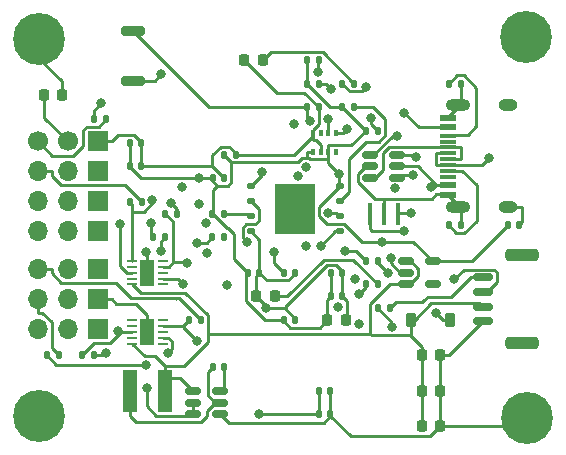
<source format=gbr>
%TF.GenerationSoftware,KiCad,Pcbnew,9.0.6*%
%TF.CreationDate,2026-01-01T00:57:53+05:30*%
%TF.ProjectId,fc,66632e6b-6963-4616-945f-706362585858,rev?*%
%TF.SameCoordinates,Original*%
%TF.FileFunction,Copper,L1,Top*%
%TF.FilePolarity,Positive*%
%FSLAX46Y46*%
G04 Gerber Fmt 4.6, Leading zero omitted, Abs format (unit mm)*
G04 Created by KiCad (PCBNEW 9.0.6) date 2026-01-01 00:57:53*
%MOMM*%
%LPD*%
G01*
G04 APERTURE LIST*
G04 Aperture macros list*
%AMRoundRect*
0 Rectangle with rounded corners*
0 $1 Rounding radius*
0 $2 $3 $4 $5 $6 $7 $8 $9 X,Y pos of 4 corners*
0 Add a 4 corners polygon primitive as box body*
4,1,4,$2,$3,$4,$5,$6,$7,$8,$9,$2,$3,0*
0 Add four circle primitives for the rounded corners*
1,1,$1+$1,$2,$3*
1,1,$1+$1,$4,$5*
1,1,$1+$1,$6,$7*
1,1,$1+$1,$8,$9*
0 Add four rect primitives between the rounded corners*
20,1,$1+$1,$2,$3,$4,$5,0*
20,1,$1+$1,$4,$5,$6,$7,0*
20,1,$1+$1,$6,$7,$8,$9,0*
20,1,$1+$1,$8,$9,$2,$3,0*%
G04 Aperture macros list end*
%TA.AperFunction,SMDPad,CuDef*%
%ADD10RoundRect,0.140000X-0.140000X-0.170000X0.140000X-0.170000X0.140000X0.170000X-0.140000X0.170000X0*%
%TD*%
%TA.AperFunction,SMDPad,CuDef*%
%ADD11RoundRect,0.135000X-0.135000X-0.185000X0.135000X-0.185000X0.135000X0.185000X-0.135000X0.185000X0*%
%TD*%
%TA.AperFunction,ComponentPad*%
%ADD12C,0.700000*%
%TD*%
%TA.AperFunction,ComponentPad*%
%ADD13C,4.400000*%
%TD*%
%TA.AperFunction,SMDPad,CuDef*%
%ADD14RoundRect,0.225000X-0.225000X-0.250000X0.225000X-0.250000X0.225000X0.250000X-0.225000X0.250000X0*%
%TD*%
%TA.AperFunction,SMDPad,CuDef*%
%ADD15RoundRect,0.150000X-0.512500X-0.150000X0.512500X-0.150000X0.512500X0.150000X-0.512500X0.150000X0*%
%TD*%
%TA.AperFunction,SMDPad,CuDef*%
%ADD16R,1.150000X3.600000*%
%TD*%
%TA.AperFunction,SMDPad,CuDef*%
%ADD17RoundRect,0.062500X-0.337500X-0.062500X0.337500X-0.062500X0.337500X0.062500X-0.337500X0.062500X0*%
%TD*%
%TA.AperFunction,HeatsinkPad*%
%ADD18R,1.300000X2.200000*%
%TD*%
%TA.AperFunction,SMDPad,CuDef*%
%ADD19RoundRect,0.218750X-0.218750X-0.256250X0.218750X-0.256250X0.218750X0.256250X-0.218750X0.256250X0*%
%TD*%
%TA.AperFunction,ComponentPad*%
%ADD20C,1.700000*%
%TD*%
%TA.AperFunction,ComponentPad*%
%ADD21O,1.700000X1.700000*%
%TD*%
%TA.AperFunction,ComponentPad*%
%ADD22R,1.700000X1.700000*%
%TD*%
%TA.AperFunction,SMDPad,CuDef*%
%ADD23R,0.350000X0.500000*%
%TD*%
%TA.AperFunction,SMDPad,CuDef*%
%ADD24R,1.450000X0.600000*%
%TD*%
%TA.AperFunction,SMDPad,CuDef*%
%ADD25R,1.450000X0.300000*%
%TD*%
%TA.AperFunction,HeatsinkPad*%
%ADD26O,2.100000X1.000000*%
%TD*%
%TA.AperFunction,HeatsinkPad*%
%ADD27O,1.600000X1.000000*%
%TD*%
%TA.AperFunction,SMDPad,CuDef*%
%ADD28RoundRect,0.150000X-0.700000X0.150000X-0.700000X-0.150000X0.700000X-0.150000X0.700000X0.150000X0*%
%TD*%
%TA.AperFunction,SMDPad,CuDef*%
%ADD29RoundRect,0.250000X-1.150000X0.250000X-1.150000X-0.250000X1.150000X-0.250000X1.150000X0.250000X0*%
%TD*%
%TA.AperFunction,SMDPad,CuDef*%
%ADD30RoundRect,0.225000X-0.225000X-0.375000X0.225000X-0.375000X0.225000X0.375000X-0.225000X0.375000X0*%
%TD*%
%TA.AperFunction,SMDPad,CuDef*%
%ADD31RoundRect,0.125000X-0.200000X-0.125000X0.200000X-0.125000X0.200000X0.125000X-0.200000X0.125000X0*%
%TD*%
%TA.AperFunction,HeatsinkPad*%
%ADD32R,3.400000X4.300000*%
%TD*%
%TA.AperFunction,SMDPad,CuDef*%
%ADD33RoundRect,0.200000X0.800000X-0.200000X0.800000X0.200000X-0.800000X0.200000X-0.800000X-0.200000X0*%
%TD*%
%TA.AperFunction,SMDPad,CuDef*%
%ADD34R,0.400000X1.900000*%
%TD*%
%TA.AperFunction,ViaPad*%
%ADD35C,0.800000*%
%TD*%
%TA.AperFunction,Conductor*%
%ADD36C,0.250000*%
%TD*%
G04 APERTURE END LIST*
D10*
%TO.P,C14,1*%
%TO.N,+3V3*%
X135760000Y-92390000D03*
%TO.P,C14,2*%
%TO.N,GND*%
X136720000Y-92390000D03*
%TD*%
%TO.P,C17,1*%
%TO.N,+3V3*%
X151760000Y-113390000D03*
%TO.P,C17,2*%
%TO.N,GND*%
X152720000Y-113390000D03*
%TD*%
D11*
%TO.P,R14,1*%
%TO.N,+3V3*%
X150730000Y-85390000D03*
%TO.P,R14,2*%
%TO.N,/BARO_SCL*%
X151750000Y-85390000D03*
%TD*%
%TO.P,R21,1*%
%TO.N,/DSM*%
X142730000Y-100390000D03*
%TO.P,R21,2*%
%TO.N,Net-(J4-Pin_3)*%
X143750000Y-100390000D03*
%TD*%
%TO.P,R10,1*%
%TO.N,Net-(U6-BOOT0)*%
X150730000Y-89390000D03*
%TO.P,R10,2*%
%TO.N,GND*%
X151750000Y-89390000D03*
%TD*%
%TO.P,R13,1*%
%TO.N,+3V3*%
X142730000Y-98390000D03*
%TO.P,R13,2*%
%TO.N,Net-(U9-IO2)*%
X143750000Y-98390000D03*
%TD*%
D12*
%TO.P,H1,1,1*%
%TO.N,GND*%
X126446700Y-83636700D03*
X126929974Y-82469974D03*
X126929974Y-84803426D03*
X128096700Y-81986700D03*
D13*
X128096700Y-83636700D03*
D12*
X128096700Y-85286700D03*
X129263426Y-82469974D03*
X129263426Y-84803426D03*
X129746700Y-83636700D03*
%TD*%
D10*
%TO.P,C18,1*%
%TO.N,+3V3*%
X145760000Y-103390000D03*
%TO.P,C18,2*%
%TO.N,GND*%
X146720000Y-103390000D03*
%TD*%
%TO.P,C20,1*%
%TO.N,+3V3*%
X143760000Y-93390000D03*
%TO.P,C20,2*%
%TO.N,GND*%
X144720000Y-93390000D03*
%TD*%
%TO.P,C8,1*%
%TO.N,Net-(U6-VCAP_1)*%
X148760000Y-103390000D03*
%TO.P,C8,2*%
%TO.N,GND*%
X149720000Y-103390000D03*
%TD*%
%TO.P,C12,1*%
%TO.N,+3V3*%
X135760000Y-94390000D03*
%TO.P,C12,2*%
%TO.N,GND*%
X136720000Y-94390000D03*
%TD*%
D14*
%TO.P,C4,1*%
%TO.N,+5V*%
X160465000Y-116390000D03*
%TO.P,C4,2*%
%TO.N,GND*%
X162015000Y-116390000D03*
%TD*%
D15*
%TO.P,U2,1,FB*%
%TO.N,+5V*%
X141102500Y-113440000D03*
%TO.P,U2,2,EN*%
%TO.N,VBUS*%
X141102500Y-114390000D03*
%TO.P,U2,3,IN*%
X141102500Y-115340000D03*
%TO.P,U2,4,GND*%
%TO.N,GND*%
X143377500Y-115340000D03*
%TO.P,U2,5,SW*%
%TO.N,Net-(U2-SW)*%
X143377500Y-114390000D03*
%TO.P,U2,6,BST*%
%TO.N,Net-(U2-BST)*%
X143377500Y-113440000D03*
%TD*%
D16*
%TO.P,L1,1*%
%TO.N,Net-(U2-SW)*%
X135765000Y-113390000D03*
%TO.P,L1,2*%
%TO.N,+5V*%
X138715000Y-113390000D03*
%TD*%
D11*
%TO.P,R5,1*%
%TO.N,/ESC*%
X140730000Y-107390000D03*
%TO.P,R5,2*%
%TO.N,Net-(J2-Pin_5)*%
X141750000Y-107390000D03*
%TD*%
D15*
%TO.P,U5,1,VIN*%
%TO.N,+5V*%
X159102500Y-102440000D03*
%TO.P,U5,2,GND*%
%TO.N,GND*%
X159102500Y-103390000D03*
%TO.P,U5,3,CE*%
%TO.N,+5V*%
X159102500Y-104340000D03*
%TO.P,U5,4,NC*%
%TO.N,unconnected-(U5-NC-Pad4)*%
X161377500Y-104340000D03*
%TO.P,U5,5,VOUT*%
%TO.N,+3V3*%
X161377500Y-102440000D03*
%TD*%
D11*
%TO.P,R8,1*%
%TO.N,Net-(J1-CC2)*%
X162730000Y-87390000D03*
%TO.P,R8,2*%
%TO.N,GND*%
X163750000Y-87390000D03*
%TD*%
D15*
%TO.P,U4,1,I/O1*%
%TO.N,/USB_D-*%
X156102500Y-93440000D03*
%TO.P,U4,2,GND*%
%TO.N,GND*%
X156102500Y-94390000D03*
%TO.P,U4,3,I/O2*%
%TO.N,/USB_D+*%
X156102500Y-95340000D03*
%TO.P,U4,4,I/O2*%
%TO.N,/MCU_D+*%
X158377500Y-95340000D03*
%TO.P,U4,5,VBUS*%
%TO.N,Net-(D1-A)*%
X158377500Y-94390000D03*
%TO.P,U4,6,I/O1*%
%TO.N,/MCU_D-*%
X158377500Y-93440000D03*
%TD*%
D11*
%TO.P,R15,1*%
%TO.N,+3V3*%
X150730000Y-87390000D03*
%TO.P,R15,2*%
%TO.N,/BARO_SDA*%
X151750000Y-87390000D03*
%TD*%
D17*
%TO.P,U3,1,I/O1*%
%TO.N,/S2*%
X135965000Y-102390000D03*
%TO.P,U3,2*%
%TO.N,N/C*%
X135965000Y-102890000D03*
%TO.P,U3,3,I/O2*%
%TO.N,/S1*%
X135965000Y-103390000D03*
%TO.P,U3,4*%
%TO.N,N/C*%
X135965000Y-103890000D03*
%TO.P,U3,5,VBUS*%
%TO.N,+5V*%
X135965000Y-104390000D03*
%TO.P,U3,6*%
%TO.N,N/C*%
X138515000Y-104390000D03*
%TO.P,U3,7,I/O3*%
%TO.N,/TAIL*%
X138515000Y-103890000D03*
%TO.P,U3,8*%
%TO.N,N/C*%
X138515000Y-103390000D03*
%TO.P,U3,9,I/O4*%
%TO.N,/S3*%
X138515000Y-102890000D03*
%TO.P,U3,10*%
%TO.N,N/C*%
X138515000Y-102390000D03*
D18*
%TO.P,U3,11,GND*%
%TO.N,GND*%
X137240000Y-103390000D03*
%TD*%
D11*
%TO.P,R12,1*%
%TO.N,+3V3*%
X153730000Y-89390000D03*
%TO.P,R12,2*%
%TO.N,Net-(U9-IO3)*%
X154750000Y-89390000D03*
%TD*%
D19*
%TO.P,D2,1,K*%
%TO.N,GND*%
X146452500Y-105390000D03*
%TO.P,D2,2,A*%
%TO.N,Net-(D2-A)*%
X148027500Y-105390000D03*
%TD*%
D11*
%TO.P,R6,1*%
%TO.N,/RPM*%
X128730000Y-110390000D03*
%TO.P,R6,2*%
%TO.N,Net-(J2-Pin_6)*%
X129750000Y-110390000D03*
%TD*%
D20*
%TO.P,J2,1,Pin_1*%
%TO.N,Net-(J2-Pin_1)*%
X127940000Y-92280000D03*
D21*
%TO.P,J2,2,Pin_2*%
%TO.N,Net-(J2-Pin_2)*%
X127940000Y-94820000D03*
%TO.P,J2,3,Pin_3*%
%TO.N,Net-(J2-Pin_3)*%
X127940000Y-97360000D03*
%TO.P,J2,4,Pin_4*%
%TO.N,Net-(J2-Pin_4)*%
X127940000Y-99900000D03*
%TO.P,J2,5,Pin_5*%
%TO.N,Net-(J2-Pin_5)*%
X127940000Y-103075000D03*
%TO.P,J2,6,Pin_6*%
%TO.N,Net-(J2-Pin_6)*%
X127940000Y-105615000D03*
%TO.P,J2,7,Pin_7*%
%TO.N,Net-(J2-Pin_7)*%
X127940000Y-108155000D03*
D20*
%TO.P,J2,8,Pin_8*%
%TO.N,VBUS*%
X130480000Y-92280000D03*
D21*
%TO.P,J2,9,Pin_9*%
X130480000Y-94820000D03*
%TO.P,J2,10,Pin_10*%
X130480000Y-97360000D03*
%TO.P,J2,11,Pin_11*%
X130480000Y-99900000D03*
%TO.P,J2,12,Pin_12*%
X130480000Y-103075000D03*
%TO.P,J2,13,Pin_13*%
X130480000Y-105615000D03*
%TO.P,J2,14,Pin_14*%
X130480000Y-108155000D03*
D22*
%TO.P,J2,15,Pin_15*%
%TO.N,GND*%
X133020000Y-92280000D03*
%TO.P,J2,16,Pin_16*%
X133020000Y-94820000D03*
%TO.P,J2,17,Pin_17*%
X133020000Y-97360000D03*
%TO.P,J2,18,Pin_18*%
X133020000Y-99900000D03*
%TO.P,J2,19,Pin_19*%
X133020000Y-103075000D03*
%TO.P,J2,20,Pin_20*%
X133020000Y-105615000D03*
%TO.P,J2,21,Pin_21*%
X133020000Y-108155000D03*
%TD*%
D11*
%TO.P,R19,1*%
%TO.N,/LED_RD*%
X153730000Y-87390000D03*
%TO.P,R19,2*%
%TO.N,Net-(D3-A)*%
X154750000Y-87390000D03*
%TD*%
D14*
%TO.P,C9,1*%
%TO.N,+3V3*%
X152465000Y-107390000D03*
%TO.P,C9,2*%
%TO.N,GND*%
X154015000Y-107390000D03*
%TD*%
D10*
%TO.P,C15,1*%
%TO.N,+3V3*%
X142760000Y-95390000D03*
%TO.P,C15,2*%
%TO.N,GND*%
X143720000Y-95390000D03*
%TD*%
%TO.P,C11,1*%
%TO.N,+3V3*%
X167760000Y-99390000D03*
%TO.P,C11,2*%
%TO.N,GND*%
X168720000Y-99390000D03*
%TD*%
D11*
%TO.P,R9,1*%
%TO.N,Net-(J1-CC1)*%
X162730000Y-99390000D03*
%TO.P,R9,2*%
%TO.N,GND*%
X163750000Y-99390000D03*
%TD*%
D10*
%TO.P,C13,1*%
%TO.N,+3V3*%
X152760000Y-105390000D03*
%TO.P,C13,2*%
%TO.N,GND*%
X153720000Y-105390000D03*
%TD*%
D11*
%TO.P,R17,1*%
%TO.N,/UART4_RX*%
X155730000Y-102390000D03*
%TO.P,R17,2*%
%TO.N,Net-(J3-Pin_2)*%
X156750000Y-102390000D03*
%TD*%
%TO.P,R18,1*%
%TO.N,/LED_GR*%
X155730000Y-104390000D03*
%TO.P,R18,2*%
%TO.N,Net-(D2-A)*%
X156750000Y-104390000D03*
%TD*%
D23*
%TO.P,U8,1,GND*%
%TO.N,GND*%
X151265000Y-91590000D03*
%TO.P,U8,2,CSB*%
%TO.N,unconnected-(U8-CSB-Pad2)*%
X151915000Y-91590000D03*
%TO.P,U8,3,SDI*%
%TO.N,/BARO_SDA*%
X152565000Y-91590000D03*
%TO.P,U8,4,SCK*%
%TO.N,/BARO_SCL*%
X153215000Y-91590000D03*
%TO.P,U8,5,SDO*%
%TO.N,unconnected-(U8-SDO-Pad5)*%
X153215000Y-93190000D03*
%TO.P,U8,6,VDDIO*%
%TO.N,+3V3*%
X152565000Y-93190000D03*
%TO.P,U8,7,GND*%
%TO.N,GND*%
X151915000Y-93190000D03*
%TO.P,U8,8,VDD*%
%TO.N,+3V3*%
X151265000Y-93190000D03*
%TD*%
D10*
%TO.P,C16,1*%
%TO.N,+3V3*%
X151760000Y-115390000D03*
%TO.P,C16,2*%
%TO.N,GND*%
X152720000Y-115390000D03*
%TD*%
D24*
%TO.P,J1,A1,GND*%
%TO.N,GND*%
X162655000Y-96790000D03*
%TO.P,J1,A4,VBUS*%
%TO.N,Net-(D1-A)*%
X162655000Y-95990000D03*
D25*
%TO.P,J1,A5,CC1*%
%TO.N,Net-(J1-CC1)*%
X162655000Y-94790000D03*
%TO.P,J1,A6,D+*%
%TO.N,/USB_D+*%
X162655000Y-93790000D03*
%TO.P,J1,A7,D-*%
%TO.N,/USB_D-*%
X162655000Y-93290000D03*
%TO.P,J1,A8,SBU1*%
%TO.N,unconnected-(J1-SBU1-PadA8)*%
X162655000Y-92290000D03*
D24*
%TO.P,J1,A9,VBUS*%
%TO.N,Net-(D1-A)*%
X162655000Y-91090000D03*
%TO.P,J1,A12,GND*%
%TO.N,GND*%
X162655000Y-90290000D03*
%TO.P,J1,B1,GND*%
X162655000Y-90290000D03*
%TO.P,J1,B4,VBUS*%
%TO.N,Net-(D1-A)*%
X162655000Y-91090000D03*
D25*
%TO.P,J1,B5,CC2*%
%TO.N,Net-(J1-CC2)*%
X162655000Y-91790000D03*
%TO.P,J1,B6,D+*%
%TO.N,/USB_D+*%
X162655000Y-92790000D03*
%TO.P,J1,B7,D-*%
%TO.N,/USB_D-*%
X162655000Y-94290000D03*
%TO.P,J1,B8,SBU2*%
%TO.N,unconnected-(J1-SBU2-PadB8)*%
X162655000Y-95290000D03*
D24*
%TO.P,J1,B9,VBUS*%
%TO.N,Net-(D1-A)*%
X162655000Y-95990000D03*
%TO.P,J1,B12,GND*%
%TO.N,GND*%
X162655000Y-96790000D03*
D26*
%TO.P,J1,S1,SHIELD*%
X163570000Y-97860000D03*
D27*
X167750000Y-97860000D03*
D26*
X163570000Y-89220000D03*
D27*
X167750000Y-89220000D03*
%TD*%
D19*
%TO.P,D3,1,K*%
%TO.N,GND*%
X145452500Y-85390000D03*
%TO.P,D3,2,A*%
%TO.N,Net-(D3-A)*%
X147027500Y-85390000D03*
%TD*%
D14*
%TO.P,C3,1*%
%TO.N,+5V*%
X160465000Y-110390000D03*
%TO.P,C3,2*%
%TO.N,GND*%
X162015000Y-110390000D03*
%TD*%
D11*
%TO.P,R11,1*%
%TO.N,+3V3*%
X155730000Y-91390000D03*
%TO.P,R11,2*%
%TO.N,Net-(U6-NRST)*%
X156750000Y-91390000D03*
%TD*%
D28*
%TO.P,J3,1,Pin_1*%
%TO.N,Net-(J3-Pin_1)*%
X165620000Y-103765000D03*
%TO.P,J3,2,Pin_2*%
%TO.N,Net-(J3-Pin_2)*%
X165620000Y-105015000D03*
%TO.P,J3,3,Pin_3*%
%TO.N,+5V*%
X165620000Y-106265000D03*
%TO.P,J3,4,Pin_4*%
%TO.N,GND*%
X165620000Y-107515000D03*
D29*
%TO.P,J3,MP*%
%TO.N,N/C*%
X168970000Y-101915000D03*
X168970000Y-109365000D03*
%TD*%
D10*
%TO.P,C2,1*%
%TO.N,Net-(U2-SW)*%
X142760000Y-111390000D03*
%TO.P,C2,2*%
%TO.N,Net-(U2-BST)*%
X143720000Y-111390000D03*
%TD*%
D12*
%TO.P,H2,1,1*%
%TO.N,GND*%
X167606700Y-83396700D03*
X168089974Y-82229974D03*
X168089974Y-84563426D03*
X169256700Y-81746700D03*
D13*
X169256700Y-83396700D03*
D12*
X169256700Y-85046700D03*
X170423426Y-82229974D03*
X170423426Y-84563426D03*
X170906700Y-83396700D03*
%TD*%
D11*
%TO.P,R2,1*%
%TO.N,/S2*%
X135730000Y-97390000D03*
%TO.P,R2,2*%
%TO.N,Net-(J2-Pin_2)*%
X136750000Y-97390000D03*
%TD*%
D10*
%TO.P,C19,1*%
%TO.N,+3V3*%
X148760000Y-107390000D03*
%TO.P,C19,2*%
%TO.N,GND*%
X149720000Y-107390000D03*
%TD*%
D30*
%TO.P,D1,1,K*%
%TO.N,+5V*%
X159590000Y-107390000D03*
%TO.P,D1,2,A*%
%TO.N,Net-(D1-A)*%
X162890000Y-107390000D03*
%TD*%
D10*
%TO.P,C10,1*%
%TO.N,+3V3*%
X152760000Y-103390000D03*
%TO.P,C10,2*%
%TO.N,GND*%
X153720000Y-103390000D03*
%TD*%
D14*
%TO.P,C5,1*%
%TO.N,+5V*%
X160465000Y-113390000D03*
%TO.P,C5,2*%
%TO.N,GND*%
X162015000Y-113390000D03*
%TD*%
D11*
%TO.P,R3,1*%
%TO.N,/S3*%
X138730000Y-98390000D03*
%TO.P,R3,2*%
%TO.N,Net-(J2-Pin_3)*%
X139750000Y-98390000D03*
%TD*%
D31*
%TO.P,U9,1,~{CS}*%
%TO.N,/FLASH_NSS*%
X146010000Y-96090000D03*
%TO.P,U9,2,DO(IO1)*%
%TO.N,/FLASH_MISO*%
X146010000Y-97360000D03*
%TO.P,U9,3,IO2*%
%TO.N,Net-(U9-IO2)*%
X146010000Y-98630000D03*
%TO.P,U9,4,GND*%
%TO.N,GND*%
X146010000Y-99900000D03*
%TO.P,U9,5,DI(IO0)*%
%TO.N,/FLASH_MOSI*%
X153510000Y-99900000D03*
%TO.P,U9,6,CLK*%
%TO.N,/FLASH_SCK*%
X153510000Y-98630000D03*
%TO.P,U9,7,IO3*%
%TO.N,Net-(U9-IO3)*%
X153510000Y-97360000D03*
%TO.P,U9,8,VCC*%
%TO.N,+3V3*%
X153510000Y-96090000D03*
D32*
%TO.P,U9,9*%
%TO.N,N/C*%
X149760000Y-97995000D03*
%TD*%
D12*
%TO.P,H3,1,1*%
%TO.N,GND*%
X167710000Y-115710000D03*
X168193274Y-114543274D03*
X168193274Y-116876726D03*
X169360000Y-114060000D03*
D13*
X169360000Y-115710000D03*
D12*
X169360000Y-117360000D03*
X170526726Y-114543274D03*
X170526726Y-116876726D03*
X171010000Y-115710000D03*
%TD*%
%TO.P,H4,1,1*%
%TO.N,GND*%
X126446700Y-115503300D03*
X126929974Y-114336574D03*
X126929974Y-116670026D03*
X128096700Y-113853300D03*
D13*
X128096700Y-115503300D03*
D12*
X128096700Y-117153300D03*
X129263426Y-114336574D03*
X129263426Y-116670026D03*
X129746700Y-115503300D03*
%TD*%
D17*
%TO.P,U1,1,I/O1*%
%TO.N,unconnected-(U1-I{slash}O1-Pad1)*%
X135965000Y-107390000D03*
%TO.P,U1,2*%
%TO.N,N/C*%
X135965000Y-107890000D03*
%TO.P,U1,3,I/O2*%
%TO.N,/SBUS*%
X135965000Y-108390000D03*
%TO.P,U1,4*%
%TO.N,N/C*%
X135965000Y-108890000D03*
%TO.P,U1,5,VBUS*%
%TO.N,+5V*%
X135965000Y-109390000D03*
%TO.P,U1,6*%
%TO.N,N/C*%
X138515000Y-109390000D03*
%TO.P,U1,7,I/O3*%
%TO.N,/RPM*%
X138515000Y-108890000D03*
%TO.P,U1,8*%
%TO.N,N/C*%
X138515000Y-108390000D03*
%TO.P,U1,9,I/O4*%
%TO.N,/ESC*%
X138515000Y-107890000D03*
%TO.P,U1,10*%
%TO.N,N/C*%
X138515000Y-107390000D03*
D18*
%TO.P,U1,11,GND*%
%TO.N,GND*%
X137240000Y-108390000D03*
%TD*%
D14*
%TO.P,C1,1*%
%TO.N,VBUS*%
X128465000Y-88390000D03*
%TO.P,C1,2*%
%TO.N,GND*%
X130015000Y-88390000D03*
%TD*%
D33*
%TO.P,SW1,1,1*%
%TO.N,+3V3*%
X135990000Y-87130000D03*
%TO.P,SW1,2,2*%
%TO.N,Net-(U6-BOOT0)*%
X135990000Y-82930000D03*
%TD*%
D11*
%TO.P,R1,1*%
%TO.N,/S1*%
X132730000Y-90390000D03*
%TO.P,R1,2*%
%TO.N,Net-(J2-Pin_1)*%
X133750000Y-90390000D03*
%TD*%
%TO.P,R4,1*%
%TO.N,/TAIL*%
X137730000Y-100390000D03*
%TO.P,R4,2*%
%TO.N,Net-(J2-Pin_4)*%
X138750000Y-100390000D03*
%TD*%
%TO.P,R16,1*%
%TO.N,/UART4_TX*%
X156730000Y-106390000D03*
%TO.P,R16,2*%
%TO.N,Net-(J3-Pin_1)*%
X157750000Y-106390000D03*
%TD*%
%TO.P,R7,1*%
%TO.N,/SBUS*%
X131730000Y-110390000D03*
%TO.P,R7,2*%
%TO.N,Net-(J2-Pin_7)*%
X132750000Y-110390000D03*
%TD*%
D34*
%TO.P,Y1,1,1*%
%TO.N,Net-(U6-PH1)*%
X156040000Y-98390000D03*
%TO.P,Y1,2,2*%
%TO.N,GND*%
X157240000Y-98390000D03*
%TO.P,Y1,3,3*%
%TO.N,Net-(U6-PH0)*%
X158440000Y-98390000D03*
%TD*%
D35*
%TO.N,GND*%
X157828700Y-102158100D03*
X147257000Y-106402100D03*
X137139400Y-101657800D03*
%TO.N,/S2*%
X137639300Y-97203000D03*
X149972600Y-95176200D03*
%TO.N,/S3*%
X140562700Y-102546900D03*
X150675000Y-101144900D03*
%TO.N,+3V3*%
X138424400Y-86611400D03*
X157099700Y-100812700D03*
X141620800Y-95385900D03*
X146671900Y-115360300D03*
X153472900Y-95020400D03*
%TO.N,VBUS*%
X137210000Y-113186500D03*
%TO.N,Net-(D1-A)*%
X161235200Y-96173500D03*
X158963100Y-89831500D03*
X161639600Y-106773000D03*
%TO.N,/S1*%
X134942800Y-99263100D03*
X133347600Y-89067700D03*
X149614500Y-90825100D03*
%TO.N,/USB_D-*%
X158389900Y-91801100D03*
X166132200Y-93718500D03*
%TO.N,/TAIL*%
X140233600Y-104317800D03*
X137574800Y-99150400D03*
%TO.N,/ESC*%
X150654500Y-94436900D03*
X141400900Y-109170300D03*
%TO.N,/RPM*%
X155182700Y-107750000D03*
X137101200Y-111181100D03*
X138943800Y-110190900D03*
%TO.N,/SBUS*%
X153387500Y-106325400D03*
X134744400Y-108340400D03*
%TO.N,Net-(U6-PH0)*%
X159561200Y-98346900D03*
%TO.N,Net-(U6-PH1)*%
X158991200Y-99887500D03*
%TO.N,Net-(U6-VCAP_1)*%
X147929200Y-101618200D03*
%TO.N,Net-(J2-Pin_3)*%
X139248100Y-97529100D03*
%TO.N,Net-(J2-Pin_4)*%
X138365200Y-101526100D03*
%TO.N,/MCU_D-*%
X141613800Y-97576100D03*
X160001000Y-93580000D03*
%TO.N,/MCU_D+*%
X159717300Y-95157100D03*
X140147400Y-96174200D03*
%TO.N,Net-(J2-Pin_7)*%
X133758200Y-110151100D03*
%TO.N,Net-(J3-Pin_2)*%
X157602100Y-103426500D03*
X163209400Y-103954600D03*
%TO.N,Net-(U6-BOOT0)*%
X151008400Y-90524400D03*
%TO.N,/BARO_SCL*%
X154167100Y-91217500D03*
X151716000Y-86390000D03*
%TO.N,/BARO_SDA*%
X152538300Y-90381600D03*
X152816300Y-87826600D03*
%TO.N,Net-(U6-NRST)*%
X154793800Y-103954300D03*
X156202900Y-90268300D03*
%TO.N,/UART4_TX*%
X157965400Y-107967900D03*
%TO.N,/UART4_RX*%
X153922500Y-101543200D03*
%TO.N,/DSM*%
X141427900Y-100852000D03*
%TO.N,/LED_RD*%
X155767100Y-87702100D03*
%TO.N,/LED_GR*%
X158229100Y-96245300D03*
X155140000Y-105208300D03*
%TO.N,/FLASH_NSS*%
X146937700Y-94887900D03*
X143993200Y-104414000D03*
%TO.N,/FLASH_MISO*%
X145696700Y-100796200D03*
%TO.N,/FLASH_MOSI*%
X151901200Y-101144900D03*
X142153800Y-99190100D03*
%TO.N,/FLASH_SCK*%
X152541500Y-98300700D03*
X142294400Y-101749100D03*
%TD*%
D36*
%TO.N,GND*%
X143720000Y-95379100D02*
X142730900Y-94390000D01*
X136720000Y-92390000D02*
X136720000Y-92333700D01*
X144720000Y-93280300D02*
X144173200Y-92733500D01*
X155062400Y-95707200D02*
X155062400Y-95042500D01*
X142730900Y-93448200D02*
X142730900Y-94390000D01*
X134196700Y-105615000D02*
X134607000Y-106025300D01*
X148849400Y-106295700D02*
X152399800Y-102745300D01*
X142730900Y-94390000D02*
X136720000Y-94390000D01*
X151915000Y-92613300D02*
X151468400Y-92166700D01*
X137240000Y-101758400D02*
X137240000Y-103390000D01*
X147373600Y-104043600D02*
X146720000Y-103390000D01*
X136720000Y-92333700D02*
X136131800Y-91745500D01*
X158645600Y-103390000D02*
X157828700Y-102573100D01*
X146452500Y-105390000D02*
X146452500Y-103657500D01*
X154115800Y-107289200D02*
X154115800Y-105785800D01*
X152157500Y-116087000D02*
X152720000Y-115524500D01*
X144124500Y-116087000D02*
X152157500Y-116087000D01*
X163750000Y-89110000D02*
X163660000Y-89200000D01*
X136720000Y-94390000D02*
X136720000Y-92390000D01*
X134731200Y-91745500D02*
X134196700Y-92280000D01*
X147257000Y-106402100D02*
X148849400Y-106402100D01*
X167706600Y-116390000D02*
X168193300Y-116876700D01*
X147257000Y-106194500D02*
X146452500Y-105390000D01*
X163660000Y-97840000D02*
X162745000Y-96925000D01*
X143377500Y-115340000D02*
X144124500Y-116087000D01*
X153720000Y-105390000D02*
X153720000Y-103390000D01*
X137240000Y-108390000D02*
X137240000Y-106963300D01*
X152720000Y-113390000D02*
X152720000Y-115390000D01*
X154015000Y-107390000D02*
X154115800Y-107289200D01*
X156470000Y-97114800D02*
X155062400Y-95707200D01*
X151265000Y-91295700D02*
X151265000Y-91590000D01*
X162745000Y-90115000D02*
X163660000Y-89200000D01*
X152399800Y-102745300D02*
X153187600Y-102745300D01*
X149720000Y-103470000D02*
X149146400Y-104043600D01*
X162745000Y-110390000D02*
X162015000Y-110390000D01*
X133020000Y-92280000D02*
X134196700Y-92280000D01*
X163750000Y-87390000D02*
X163750000Y-89110000D01*
X149660900Y-93390000D02*
X144720000Y-93390000D01*
X162015000Y-113390000D02*
X162015000Y-110390000D01*
X151750000Y-89390000D02*
X151750000Y-90810700D01*
X157828700Y-102573100D02*
X157828700Y-102158100D01*
X165620000Y-107515000D02*
X162745000Y-110390000D01*
X151265000Y-91785900D02*
X151265000Y-92166700D01*
X146720000Y-103390000D02*
X146720000Y-100610000D01*
X151915000Y-93190000D02*
X151915000Y-92613300D01*
X144720000Y-93390000D02*
X144720000Y-93280300D01*
X130015000Y-88390000D02*
X130015000Y-87205000D01*
X155062400Y-95042500D02*
X155714900Y-94390000D01*
X154115800Y-105785800D02*
X153720000Y-105390000D01*
X133020000Y-105615000D02*
X134196700Y-105615000D01*
X154438400Y-117242900D02*
X161162100Y-117242900D01*
X144173200Y-92733500D02*
X143445600Y-92733500D01*
X162745000Y-96770000D02*
X161693300Y-96770000D01*
X152720000Y-115524500D02*
X154438400Y-117242900D01*
X159102500Y-103390000D02*
X158645600Y-103390000D01*
X152720000Y-115390000D02*
X152720000Y-115524500D01*
X151265000Y-91590000D02*
X151265000Y-91785900D01*
X162745000Y-96925000D02*
X162745000Y-96770000D01*
X162745000Y-90270000D02*
X162745000Y-90115000D01*
X162015000Y-116390000D02*
X167706600Y-116390000D01*
X163750000Y-99390000D02*
X163750000Y-97930000D01*
X161162100Y-117242900D02*
X162015000Y-116390000D01*
X149720000Y-107390000D02*
X149720000Y-107272700D01*
X151750000Y-89390000D02*
X150531700Y-88171700D01*
X148849400Y-106402100D02*
X148849400Y-106295700D01*
X163750000Y-97930000D02*
X163660000Y-97840000D01*
X143445600Y-92733500D02*
X142730900Y-93448200D01*
X153187600Y-102745300D02*
X153720000Y-103277700D01*
X157240000Y-97113300D02*
X161350000Y-97113300D01*
X168966700Y-99143300D02*
X168720000Y-99390000D01*
X149720000Y-107272700D02*
X148849400Y-106402100D01*
X157240000Y-97115000D02*
X157240000Y-97114800D01*
X149720000Y-103390000D02*
X149720000Y-103470000D01*
X137139400Y-101657800D02*
X137240000Y-101758400D01*
X143720000Y-95390000D02*
X143720000Y-95379100D01*
X157240000Y-97114800D02*
X156470000Y-97114800D01*
X146452500Y-103657500D02*
X146720000Y-103390000D01*
X136302000Y-106025300D02*
X137240000Y-106963300D01*
X149146400Y-104043600D02*
X147373600Y-104043600D01*
X150531700Y-88171700D02*
X148234200Y-88171700D01*
X130015000Y-87205000D02*
X128096700Y-85286700D01*
X162015000Y-116390000D02*
X162015000Y-113390000D01*
X157240000Y-98390000D02*
X157240000Y-97115000D01*
X151468400Y-92166700D02*
X151265000Y-92166700D01*
X151265000Y-91785900D02*
X149660900Y-93390000D01*
X161350000Y-97113300D02*
X161693300Y-96770000D01*
X157240000Y-97114800D02*
X157240000Y-97113300D01*
X134607000Y-106025300D02*
X136302000Y-106025300D01*
X155714900Y-94390000D02*
X156102500Y-94390000D01*
X136131800Y-91745500D02*
X134731200Y-91745500D01*
X168966700Y-97840000D02*
X168966700Y-99143300D01*
X147257000Y-106402100D02*
X147257000Y-106194500D01*
X148234200Y-88171700D02*
X145452500Y-85390000D01*
X153720000Y-103277700D02*
X153720000Y-103390000D01*
X151750000Y-90810700D02*
X151265000Y-91295700D01*
X167840000Y-97840000D02*
X168966700Y-97840000D01*
X146720000Y-100610000D02*
X146010000Y-99900000D01*
%TO.N,/S2*%
X135965000Y-99362600D02*
X135965000Y-102390000D01*
X135965000Y-97625000D02*
X135965000Y-98230400D01*
X135965000Y-98230400D02*
X136925800Y-98230400D01*
X137639300Y-97516900D02*
X137639300Y-97203000D01*
X135965000Y-98230400D02*
X135965000Y-99362600D01*
X136925800Y-98230400D02*
X137639300Y-97516900D01*
X135730000Y-97390000D02*
X135965000Y-97625000D01*
%TO.N,/S3*%
X140562700Y-102546900D02*
X140534000Y-102518200D01*
X139392800Y-102518200D02*
X139392800Y-99052800D01*
X139021000Y-102890000D02*
X139392800Y-102518200D01*
X140534000Y-102518200D02*
X139392800Y-102518200D01*
X138515000Y-102890000D02*
X139021000Y-102890000D01*
X139392800Y-99052800D02*
X138730000Y-98390000D01*
%TO.N,+3V3*%
X155730000Y-91390000D02*
X153730000Y-89390000D01*
X143760000Y-93458600D02*
X144347300Y-94045900D01*
X154506700Y-92613300D02*
X152565000Y-92613300D01*
X148760000Y-107471200D02*
X148760000Y-107390000D01*
X149327100Y-108038300D02*
X148760000Y-107471200D01*
X153510000Y-96090000D02*
X151800000Y-97800000D01*
X151760000Y-115390000D02*
X151760000Y-115360300D01*
X150353600Y-93710200D02*
X150017900Y-94045900D01*
X150730000Y-87390000D02*
X150730000Y-85390000D01*
X147194000Y-107390000D02*
X145617300Y-105813300D01*
X151760000Y-115360300D02*
X151760000Y-113390000D01*
X144563200Y-102193200D02*
X145760000Y-103390000D01*
X152760000Y-105390000D02*
X152760000Y-103390000D01*
X150955500Y-93710200D02*
X150763300Y-93710200D01*
X152465000Y-107390000D02*
X151816700Y-108038300D01*
X153472900Y-95020400D02*
X153472900Y-96052900D01*
X152478000Y-99265000D02*
X153841200Y-99265000D01*
X161377500Y-102440000D02*
X159750200Y-100812700D01*
X143760000Y-93390000D02*
X143760000Y-93458600D01*
X152565000Y-93190000D02*
X152565000Y-92613300D01*
X155730000Y-91390000D02*
X154506700Y-92613300D01*
X142781500Y-98450000D02*
X143974600Y-99643100D01*
X144563200Y-100153600D02*
X144563200Y-102193200D01*
X145617300Y-105813300D02*
X145617300Y-103532700D01*
X144347300Y-94045900D02*
X144347300Y-95745600D01*
X141624900Y-95390000D02*
X142760000Y-95390000D01*
X135760000Y-94446100D02*
X135760000Y-94390000D01*
X142730000Y-98390000D02*
X142781500Y-98390000D01*
X153730000Y-89390000D02*
X152730000Y-89390000D01*
X153472900Y-96052900D02*
X153510000Y-96090000D01*
X144347300Y-95745600D02*
X144049700Y-96043200D01*
X135990000Y-87130000D02*
X137905800Y-87130000D01*
X152565000Y-93776000D02*
X152565000Y-94112500D01*
X150017900Y-94045900D02*
X144347300Y-94045900D01*
X142760000Y-95645400D02*
X142760000Y-95390000D01*
X141620800Y-95385900D02*
X141624900Y-95390000D01*
X159750200Y-100812700D02*
X157099700Y-100812700D01*
X151021300Y-93776000D02*
X150955500Y-93710200D01*
X152565000Y-94112500D02*
X153472900Y-95020400D01*
X135760000Y-92390000D02*
X135760000Y-94390000D01*
X152565000Y-93776000D02*
X151021300Y-93776000D01*
X145617300Y-103532700D02*
X145760000Y-103390000D01*
X136699800Y-95385900D02*
X135760000Y-94446100D01*
X143157800Y-96043200D02*
X142760000Y-95645400D01*
X151816700Y-108038300D02*
X149327100Y-108038300D01*
X142781500Y-98390000D02*
X142781500Y-96419500D01*
X152730000Y-89390000D02*
X150730000Y-87390000D01*
X148760000Y-107390000D02*
X147194000Y-107390000D01*
X167760000Y-99390000D02*
X164710000Y-102440000D01*
X150763300Y-93710200D02*
X150353600Y-93710200D01*
X142781500Y-98390000D02*
X142781500Y-98450000D01*
X151800000Y-97800000D02*
X151800000Y-98587000D01*
X152760000Y-105390000D02*
X152465000Y-105685000D01*
X151800000Y-98587000D02*
X152478000Y-99265000D01*
X141620800Y-95385900D02*
X136699800Y-95385900D01*
X151760000Y-115360300D02*
X146671900Y-115360300D01*
X152465000Y-105685000D02*
X152465000Y-107390000D01*
X150763300Y-93710200D02*
X150763300Y-93190000D01*
X152565000Y-93776000D02*
X152565000Y-93190000D01*
X144049700Y-96043200D02*
X143157800Y-96043200D01*
X153841200Y-99265000D02*
X155388900Y-100812700D01*
X164710000Y-102440000D02*
X161377500Y-102440000D01*
X144052700Y-99643100D02*
X144563200Y-100153600D01*
X143974600Y-99643100D02*
X144052700Y-99643100D01*
X137905800Y-87130000D02*
X138424400Y-86611400D01*
X155388900Y-100812700D02*
X157099700Y-100812700D01*
X151265000Y-93190000D02*
X150763300Y-93190000D01*
X142781500Y-96419500D02*
X143157800Y-96043200D01*
%TO.N,VBUS*%
X128465000Y-90265000D02*
X130480000Y-92280000D01*
X141102500Y-114390000D02*
X141102500Y-115340000D01*
X140925800Y-115516700D02*
X138004600Y-115516700D01*
X137210000Y-114722100D02*
X137210000Y-113186500D01*
X138004600Y-115516700D02*
X137210000Y-114722100D01*
X128465000Y-88390000D02*
X128465000Y-90265000D01*
X141102500Y-115340000D02*
X140925800Y-115516700D01*
%TO.N,+5V*%
X142350600Y-106986700D02*
X142350600Y-108545900D01*
X157791800Y-104340000D02*
X159102500Y-104340000D01*
X135965000Y-104390000D02*
X136650800Y-105075800D01*
X161273300Y-105991100D02*
X165346100Y-105991100D01*
X137906100Y-110454400D02*
X137029400Y-110454400D01*
X159874400Y-107390000D02*
X161273300Y-105991100D01*
X138715000Y-112326600D02*
X138715000Y-111263300D01*
X139989100Y-112326600D02*
X141102500Y-113440000D01*
X156250000Y-108694600D02*
X159441300Y-108694600D01*
X140341200Y-111263300D02*
X142350600Y-109253900D01*
X156101300Y-106030500D02*
X157791800Y-104340000D01*
X138715000Y-111263300D02*
X137906100Y-110454400D01*
X165346100Y-105991100D02*
X165620000Y-106265000D01*
X160132200Y-103697900D02*
X159490200Y-104339900D01*
X137029400Y-110454400D02*
X135965000Y-109390000D01*
X160465000Y-113390000D02*
X160465000Y-110390000D01*
X140439700Y-105075800D02*
X142350600Y-106986700D01*
X159441300Y-108694600D02*
X159590000Y-108545900D01*
X142350600Y-109253900D02*
X142350600Y-108545900D01*
X159590000Y-107390000D02*
X159874400Y-107390000D01*
X160132200Y-103055700D02*
X160132200Y-103697900D01*
X138715000Y-112326600D02*
X139989100Y-112326600D01*
X159590000Y-108545900D02*
X159590000Y-107390000D01*
X156101300Y-108545900D02*
X156250000Y-108694600D01*
X160465000Y-109718300D02*
X159441300Y-108694600D01*
X142350600Y-108545900D02*
X156101300Y-108545900D01*
X159102500Y-102440000D02*
X159516500Y-102440000D01*
X136650800Y-105075800D02*
X140439700Y-105075800D01*
X138715000Y-113390000D02*
X138715000Y-112326600D01*
X156101300Y-108545900D02*
X156101300Y-106030500D01*
X159490200Y-104339900D02*
X159102500Y-104339900D01*
X160465000Y-116390000D02*
X160465000Y-113390000D01*
X159516500Y-102440000D02*
X160132200Y-103055700D01*
X160465000Y-110390000D02*
X160465000Y-109718300D01*
X138715000Y-111263300D02*
X140341200Y-111263300D01*
X159102500Y-104339900D02*
X159102500Y-104340000D01*
%TO.N,Net-(D1-A)*%
X161693300Y-95970000D02*
X160113300Y-94390000D01*
X160201600Y-91070000D02*
X162745000Y-91070000D01*
X162890000Y-107390000D02*
X162256600Y-107390000D01*
X161489800Y-96173500D02*
X161693300Y-95970000D01*
X162256600Y-107390000D02*
X161639600Y-106773000D01*
X162745000Y-95970000D02*
X161693300Y-95970000D01*
X161235200Y-96173500D02*
X161489800Y-96173500D01*
X160113300Y-94390000D02*
X158377500Y-94390000D01*
X158963100Y-89831500D02*
X160201600Y-91070000D01*
%TO.N,/S1*%
X135511600Y-103390000D02*
X134942800Y-102821200D01*
X133347600Y-89067700D02*
X132730000Y-89685300D01*
X132730000Y-89685300D02*
X132730000Y-90390000D01*
X134942800Y-102821200D02*
X134942800Y-99263100D01*
X135965000Y-103390000D02*
X135511600Y-103390000D01*
%TO.N,Net-(D3-A)*%
X147674900Y-84742600D02*
X147027500Y-85390000D01*
X152102600Y-84742600D02*
X147674900Y-84742600D01*
X154750000Y-87390000D02*
X152102600Y-84742600D01*
%TO.N,/USB_D+*%
X162745000Y-92770000D02*
X163796700Y-92770000D01*
X156541400Y-95340000D02*
X156102500Y-95340000D01*
X162745000Y-92770000D02*
X157709500Y-92770000D01*
X157214500Y-93265000D02*
X157214500Y-94666900D01*
X157709500Y-92770000D02*
X157214500Y-93265000D01*
X162745000Y-93770000D02*
X163796700Y-93770000D01*
X163796700Y-92770000D02*
X163796700Y-93770000D01*
X157214500Y-94666900D02*
X156541400Y-95340000D01*
%TO.N,/USB_D-*%
X162332500Y-94270000D02*
X161693300Y-94270000D01*
X162332500Y-94270000D02*
X162745000Y-94270000D01*
X156363900Y-93440000D02*
X156102500Y-93440000D01*
X158002800Y-91801100D02*
X156363900Y-93440000D01*
X162745000Y-94270000D02*
X165580700Y-94270000D01*
X165580700Y-94270000D02*
X166132200Y-93718500D01*
X158389900Y-91801100D02*
X158002800Y-91801100D01*
X161693300Y-93270000D02*
X161693300Y-94270000D01*
X162745000Y-93270000D02*
X161693300Y-93270000D01*
%TO.N,/TAIL*%
X139805800Y-103890000D02*
X140233600Y-104317800D01*
X138515000Y-103890000D02*
X139805800Y-103890000D01*
X137574800Y-99150400D02*
X137574800Y-100234800D01*
X137574800Y-100234800D02*
X137730000Y-100390000D01*
%TO.N,/ESC*%
X140230000Y-107999400D02*
X141400900Y-109170300D01*
X141400900Y-109170300D02*
X141327700Y-109097100D01*
X141327700Y-109097100D02*
X141400900Y-109170300D01*
X140730000Y-107390000D02*
X140230000Y-107890000D01*
X140230000Y-107890000D02*
X138515000Y-107890000D01*
X140230000Y-107890000D02*
X140230000Y-107999400D01*
%TO.N,/RPM*%
X138943800Y-110190900D02*
X139303300Y-109831400D01*
X128730000Y-110390000D02*
X129521100Y-111181100D01*
X139005300Y-108890000D02*
X138515000Y-108890000D01*
X129521100Y-111181100D02*
X137101200Y-111181100D01*
X139303300Y-109188000D02*
X139005300Y-108890000D01*
X139303300Y-109831400D02*
X139303300Y-109188000D01*
%TO.N,/SBUS*%
X134744400Y-108340400D02*
X134908700Y-108504700D01*
X135965000Y-108390000D02*
X135023400Y-108390000D01*
X134908700Y-108504700D02*
X134035500Y-109377900D01*
X135023400Y-108390000D02*
X134908700Y-108504700D01*
X134035500Y-109377900D02*
X132742100Y-109377900D01*
X132742100Y-109377900D02*
X131730000Y-110390000D01*
%TO.N,Net-(D2-A)*%
X156750000Y-104390000D02*
X154653600Y-102293600D01*
X152176600Y-102293600D02*
X149080200Y-105390000D01*
X154653600Y-102293600D02*
X152176600Y-102293600D01*
X149080200Y-105390000D02*
X148027500Y-105390000D01*
%TO.N,Net-(U2-BST)*%
X143720000Y-111390000D02*
X143720000Y-113097500D01*
X143720000Y-113097500D02*
X143377500Y-113440000D01*
%TO.N,Net-(U2-SW)*%
X142989000Y-114390000D02*
X142240000Y-115139000D01*
X142760000Y-111390000D02*
X142357400Y-111792600D01*
X142240000Y-115546900D02*
X141774000Y-116012900D01*
X142240000Y-115139000D02*
X142240000Y-115546900D01*
X142989000Y-114390000D02*
X143377500Y-114390000D01*
X142357400Y-113758400D02*
X142989000Y-114390000D01*
X142357400Y-111792600D02*
X142357400Y-113758400D01*
X136261200Y-116012900D02*
X135765000Y-115516700D01*
X141774000Y-116012900D02*
X136261200Y-116012900D01*
X135765000Y-113390000D02*
X135765000Y-115516700D01*
%TO.N,Net-(U6-PH0)*%
X158483100Y-98346900D02*
X158440000Y-98390000D01*
X159561200Y-98346900D02*
X158483100Y-98346900D01*
%TO.N,Net-(U6-PH1)*%
X156040000Y-98390000D02*
X156040000Y-99666700D01*
X158991200Y-99887500D02*
X156260800Y-99887500D01*
X156260800Y-99887500D02*
X156040000Y-99666700D01*
%TO.N,Net-(U6-VCAP_1)*%
X147929200Y-101618200D02*
X147929200Y-102559200D01*
X147929200Y-102559200D02*
X148760000Y-103390000D01*
%TO.N,Net-(J1-CC1)*%
X165113900Y-95996100D02*
X163887800Y-94770000D01*
X162730000Y-99390000D02*
X163395100Y-100055100D01*
X163395100Y-100055100D02*
X164062500Y-100055100D01*
X165113900Y-99003700D02*
X165113900Y-95996100D01*
X163887800Y-94770000D02*
X162745000Y-94770000D01*
X164062500Y-100055100D02*
X165113900Y-99003700D01*
%TO.N,Net-(J1-CC2)*%
X164337500Y-91770000D02*
X165092900Y-91014600D01*
X164029200Y-86684600D02*
X163435400Y-86684600D01*
X165092900Y-91014600D02*
X165092900Y-87748300D01*
X163435400Y-86684600D02*
X162730000Y-87390000D01*
X162745000Y-91770000D02*
X164337500Y-91770000D01*
X165092900Y-87748300D02*
X164029200Y-86684600D01*
%TO.N,Net-(J2-Pin_1)*%
X130941700Y-93492400D02*
X129152400Y-93492400D01*
X131804900Y-91315100D02*
X131804900Y-92629200D01*
X129152400Y-93492400D02*
X127940000Y-92280000D01*
X132082800Y-91037200D02*
X131804900Y-91315100D01*
X131804900Y-92629200D02*
X130941700Y-93492400D01*
X133750000Y-90390000D02*
X133102800Y-91037200D01*
X133102800Y-91037200D02*
X132082800Y-91037200D01*
%TO.N,Net-(J2-Pin_2)*%
X136750000Y-97390000D02*
X135356700Y-95996700D01*
X127940000Y-94820000D02*
X129116700Y-94820000D01*
X129925600Y-95996700D02*
X129116700Y-95187800D01*
X129116700Y-95187800D02*
X129116700Y-94820000D01*
X135356700Y-95996700D02*
X129925600Y-95996700D01*
%TO.N,Net-(J2-Pin_3)*%
X139248100Y-97529100D02*
X139750000Y-98031000D01*
X139750000Y-98031000D02*
X139750000Y-98390000D01*
%TO.N,Net-(J2-Pin_4)*%
X138365200Y-100774800D02*
X138365200Y-101526100D01*
X138750000Y-100390000D02*
X138365200Y-100774800D01*
%TO.N,Net-(J2-Pin_5)*%
X129925600Y-104251700D02*
X134547500Y-104251700D01*
X139626100Y-105573600D02*
X139654200Y-105601700D01*
X139933600Y-105573600D02*
X141750000Y-107390000D01*
X139654200Y-105601700D02*
X139682300Y-105573600D01*
X139654200Y-105601700D02*
X139682300Y-105573600D01*
X139682300Y-105573600D02*
X139933600Y-105573600D01*
X129116700Y-103075000D02*
X129116700Y-103442800D01*
X135869400Y-105573600D02*
X139626100Y-105573600D01*
X129116700Y-103442800D02*
X129925600Y-104251700D01*
X127940000Y-103075000D02*
X129116700Y-103075000D01*
X134547500Y-104251700D02*
X135869400Y-105573600D01*
%TO.N,Net-(J2-Pin_6)*%
X128307800Y-106791700D02*
X129116700Y-107600600D01*
X129116700Y-107600600D02*
X129116700Y-109756700D01*
X129116700Y-109756700D02*
X129750000Y-110390000D01*
X127940000Y-105615000D02*
X127940000Y-106791700D01*
X127940000Y-106791700D02*
X128307800Y-106791700D01*
%TO.N,/MCU_D-*%
X160001000Y-93580000D02*
X159931000Y-93510000D01*
X159861000Y-93440000D02*
X160001000Y-93580000D01*
X159931000Y-93510000D02*
X160001000Y-93580000D01*
X158377500Y-93440000D02*
X159861000Y-93440000D01*
%TO.N,/MCU_D+*%
X158560400Y-95157100D02*
X158377500Y-95340000D01*
X159717300Y-95157100D02*
X158560400Y-95157100D01*
%TO.N,Net-(J2-Pin_7)*%
X132750000Y-110390000D02*
X133519300Y-110390000D01*
X133519300Y-110390000D02*
X133758200Y-110151100D01*
%TO.N,Net-(J3-Pin_1)*%
X165620000Y-103765000D02*
X164600600Y-103765000D01*
X160952300Y-105448100D02*
X160687700Y-105712700D01*
X164600600Y-103765000D02*
X162917500Y-105448100D01*
X160687700Y-105712700D02*
X160502100Y-105898300D01*
X158241700Y-105898300D02*
X157750000Y-106390000D01*
X162917500Y-105448100D02*
X160952300Y-105448100D01*
X160502100Y-105898300D02*
X158241700Y-105898300D01*
X160687700Y-105712700D02*
X160502100Y-105898300D01*
%TO.N,Net-(J3-Pin_2)*%
X157602100Y-103426500D02*
X156750000Y-102574400D01*
X165620000Y-105015000D02*
X165946400Y-105015000D01*
X166594800Y-103137700D02*
X164026300Y-103137700D01*
X165946400Y-105015000D02*
X166809800Y-104151600D01*
X164026300Y-103137700D02*
X163209400Y-103954600D01*
X156750000Y-102574400D02*
X156750000Y-102390000D01*
X166809800Y-104151600D02*
X166809800Y-103352700D01*
X166809800Y-103352700D02*
X166594800Y-103137700D01*
%TO.N,Net-(U6-BOOT0)*%
X151009200Y-90525200D02*
X151008400Y-90524400D01*
X151009200Y-90525200D02*
X150730000Y-90246000D01*
X135990000Y-82930000D02*
X142450000Y-89390000D01*
X142450000Y-89390000D02*
X150730000Y-89390000D01*
X150730000Y-90246000D02*
X150730000Y-89390000D01*
%TO.N,/BARO_SCL*%
X153794600Y-91590000D02*
X154167100Y-91217500D01*
X153215000Y-91590000D02*
X153794600Y-91590000D01*
X151716000Y-85424000D02*
X151716000Y-86390000D01*
X151750000Y-85390000D02*
X151716000Y-85424000D01*
%TO.N,/BARO_SDA*%
X152379700Y-87390000D02*
X152816300Y-87826600D01*
X151750000Y-87390000D02*
X152379700Y-87390000D01*
X152565000Y-90408300D02*
X152538300Y-90381600D01*
X152565000Y-91590000D02*
X152565000Y-90408300D01*
%TO.N,Net-(U6-NRST)*%
X156202900Y-90842900D02*
X156202900Y-90268300D01*
X156750000Y-91390000D02*
X156202900Y-90842900D01*
%TO.N,Net-(U9-IO3)*%
X154334300Y-96535700D02*
X154334300Y-93757200D01*
X157378600Y-91747700D02*
X157378600Y-90416300D01*
X153510000Y-97360000D02*
X154334300Y-96535700D01*
X156806500Y-92319800D02*
X157378600Y-91747700D01*
X155771700Y-92319800D02*
X156806500Y-92319800D01*
X157378600Y-90416300D02*
X156352300Y-89390000D01*
X154334300Y-93757200D02*
X155771700Y-92319800D01*
X156352300Y-89390000D02*
X154750000Y-89390000D01*
%TO.N,Net-(U9-IO2)*%
X145770000Y-98390000D02*
X146010000Y-98630000D01*
X143750000Y-98390000D02*
X145770000Y-98390000D01*
%TO.N,/UART4_TX*%
X157965400Y-107625400D02*
X157965400Y-107967900D01*
X156730000Y-106390000D02*
X157965400Y-107625400D01*
%TO.N,/UART4_RX*%
X154883200Y-101543200D02*
X153922500Y-101543200D01*
X155730000Y-102390000D02*
X154883200Y-101543200D01*
%TO.N,/DSM*%
X141427900Y-100852000D02*
X142268000Y-100852000D01*
X142268000Y-100852000D02*
X142730000Y-100390000D01*
%TO.N,/LED_RD*%
X154377200Y-88037200D02*
X155432000Y-88037200D01*
X155432000Y-88037200D02*
X155767100Y-87702100D01*
X153730000Y-87390000D02*
X154377200Y-88037200D01*
%TO.N,/LED_GR*%
X155730000Y-104618300D02*
X155730000Y-104390000D01*
X155140000Y-105208300D02*
X155730000Y-104618300D01*
%TO.N,/FLASH_NSS*%
X146937700Y-95162300D02*
X146937700Y-94887900D01*
X146010000Y-96090000D02*
X146937700Y-95162300D01*
X146937700Y-95162300D02*
X146937700Y-94887900D01*
X146937700Y-94887900D02*
X146937700Y-95162300D01*
%TO.N,/FLASH_MISO*%
X146010000Y-97360000D02*
X146662200Y-98012200D01*
X145302000Y-99570500D02*
X145302000Y-100401500D01*
X146359100Y-99284600D02*
X145587900Y-99284600D01*
X145587900Y-99284600D02*
X145302000Y-99570500D01*
X146662200Y-98012200D02*
X146662200Y-98981500D01*
X146662200Y-98981500D02*
X146359100Y-99284600D01*
X145302000Y-100401500D02*
X145696700Y-100796200D01*
%TO.N,/FLASH_MOSI*%
X151901200Y-101144900D02*
X153146100Y-99900000D01*
X153146100Y-99900000D02*
X153510000Y-99900000D01*
%TO.N,/FLASH_SCK*%
X153180700Y-98300700D02*
X152541500Y-98300700D01*
X153510000Y-98630000D02*
X153180700Y-98300700D01*
%TD*%
M02*

</source>
